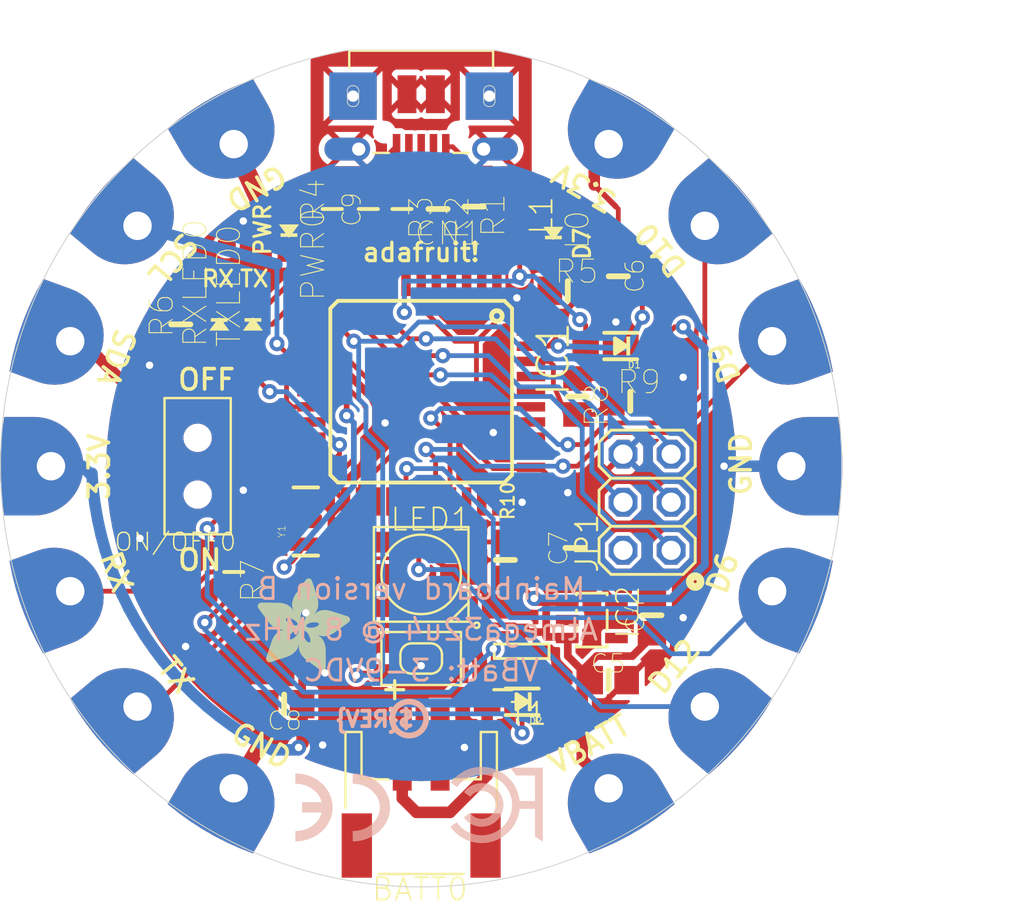
<source format=kicad_pcb>
(kicad_pcb (version 20221018) (generator pcbnew)
  (layers (0 "F.Cu" signal) (1 "In1.Cu" signal) (2 "In2.Cu" signal) (3 "In3.Cu" signal) (4 "In4.Cu" signal) (5 "In5.Cu" signal) (6 "In6.Cu" signal) (7 "In7.Cu" signal) (8 "In8.Cu" signal) (9 "In9.Cu" signal) (10 "In10.Cu" signal) (11 "In11.Cu" signal) (12 "In12.Cu" signal) (13 "In13.Cu" signal) (14 "In14.Cu" signal) (31 "B.Cu" signal) (34 "B.Paste" user) (35 "F.Paste" user) (36 "B.SilkS" user "B.Silkscreen") (37 "F.SilkS" user "F.Silkscreen") (38 "B.Mask" user) (39 "F.Mask" user) (44 "Edge.Cuts" user))
  (net 0 "")
  (net 1 "N$3")
  (net 2 "N$4")
  (net 3 "GND")
  (net 4 "+5V")
  (net 5 "MOSI")
  (net 6 "MISO")
  (net 7 "SCK")
  (net 8 "RST")
  (net 9 "N$9")
  (net 10 "N$8")
  (net 11 "+3V3")
  (net 12 "N$1")
  (net 13 "PC6")
  (net 14 "PC7")
  (net 15 "IO10*")
  (net 16 "IO9*")
  (net 17 "RXLED/SS")
  (net 18 "TXLED")
  (net 19 "D1/TX")
  (net 20 "D0/RX")
  (net 21 "PD1")
  (net 22 "PD0")
  (net 23 "N$10")
  (net 24 "D7")
  (net 25 "N$2")
  (net 26 "N$5")
  (net 27 "VCC")
  (net 28 "VBUS")
  (net 29 "N$7")
  (net 30 "N$11")
  (net 31 "N$12")
  (net 32 "N$6")
  (net 33 "N$13")
  (net 34 "D6*")
  (net 35 "IO12*")
  (net 36 "A5")
  (net 37 "N$14")
  (net 38 "N$15")
  (net 39 "NEOPIX")
  (footprint "working:_0805MP" (layer "F.Cu") (at 138.5951 110.4646 -90)
    (fp_text reference "R7")
    (fp_text value "10K")
  )
  (footprint "working:SEWINGTAP_2.0" (layer "F.Cu") (at 158.4071 87.8586 -30)
    (fp_text reference "UNK3V3TAP2" hide)
    (fp_text value "SEWTAP-2.0IN" hide)
  )
  (footprint "working:WS2812" (layer "F.Cu") (at 148.5011 110.5916)
    (fp_text reference "LED1")
    (fp_text value "WS2812")
  )
  (footprint "working:0805-NO" (layer "F.Cu") (at 160.6931 112.7506 90)
    (fp_text reference "C4")
    (fp_text value "10uF")
  )
  (footprint "working:TQFP44" (layer "F.Cu") (at 148.5011 100.9396 -90)
    (fp_text reference "IC1")
    (fp_text value "ATMEGA32U4-AU")
  )
  (footprint "working:0805-NO" (layer "F.Cu") (at 156.2481 95.6056)
    (fp_text reference "R5")
    (fp_text value "1K")
  )
  (footprint "working:SOD-123" (layer "F.Cu") (at 153.8351 117.3226 180)
    (fp_text reference "D2")
    (fp_text value "SCHOTTKY")
  )
  (footprint "working:SEWINGTAP_2.0" (layer "F.Cu") (at 167.0431 111.4806 -110)
    (fp_text reference "D6" hide)
    (fp_text value "SEWTAP-2.0IN" hide)
  )
  (footprint "working:SOT-23" (layer "F.Cu") (at 153.8351 114.6556 180)
    (fp_text reference "T1")
    (fp_text value "DMG3415")
  )
  (footprint "working:4UCONN_20329" (layer "F.Cu") (at 148.5011 87.2236 180)
    (fp_text reference "CN1")
    (fp_text value "MiniB USB")
    (fp_line (start -3.9 2.2) (end -3.9 1.6) (stroke (width 0.05)) (layer "Edge.Cuts"))
    (fp_line (start -3.3 1.6) (end -3.3 2.2) (stroke (width 0.05)) (layer "Edge.Cuts"))
    (fp_line (start 3.3 2.2) (end 3.3 1.6) (stroke (width 0.05)) (layer "Edge.Cuts"))
    (fp_line (start 3.9 1.6) (end 3.9 2.2) (stroke (width 0.05)) (layer "Edge.Cuts"))
    (fp_arc (start -3.9 1.6) (mid -3.801777 1.412868) (end -3.6 1.35) (stroke (width 0.05)) (layer "Edge.Cuts"))
    (fp_arc (start -3.6 1.35) (mid -3.398223 1.412868) (end -3.3 1.6) (stroke (width 0.05)) (layer "Edge.Cuts"))
    (fp_arc (start -3.6 2.45) (mid -3.801777 2.387132) (end -3.9 2.2) (stroke (width 0.05)) (layer "Edge.Cuts"))
    (fp_arc (start -3.3 2.2) (mid -3.398223 2.387132) (end -3.6 2.45) (stroke (width 0.05)) (layer "Edge.Cuts"))
    (fp_arc (start 3.3 1.6) (mid 3.398223 1.412868) (end 3.6 1.35) (stroke (width 0.05)) (layer "Edge.Cuts"))
    (fp_arc (start 3.6 1.35) (mid 3.801777 1.412868) (end 3.9 1.6) (stroke (width 0.05)) (layer "Edge.Cuts"))
    (fp_arc (start 3.6 2.45) (mid 3.398223 2.387132) (end 3.3 2.2) (stroke (width 0.05)) (layer "Edge.Cuts"))
    (fp_arc (start 3.9 2.2) (mid 3.801777 2.387132) (end 3.6 2.45) (stroke (width 0.05)) (layer "Edge.Cuts"))
  )
  (footprint "working:SOT23-5L" (layer "F.Cu") (at 157.5181 113.0046 -90)
    (fp_text reference "IC2")
    (fp_text value "MIC5225-3.3V")
  )
  (footprint "working:SEWINGTAP_2.0" (layer "F.Cu") (at 168.0591 104.8766 -90)
    (fp_text reference "GNDTAP0" hide)
    (fp_text value "SEWTAP-2.0IN" hide)
  )
  (footprint "working:0805-NO" (layer "F.Cu") (at 158.9151 94.8436 -90)
    (fp_text reference "C6")
    (fp_text value "10uF")
  )
  (footprint "working:CHIPLED_0805_NOOUTLINE" (layer "F.Cu") (at 155.4861 92.5576 180)
    (fp_text reference "L0")
    (fp_text value "RED")
  )
  (footprint "working:SEWINGTAP_2.0" (layer "F.Cu") (at 163.4871 92.1766 -50)
    (fp_text reference "IO10" hide)
    (fp_text value "SEWTAP-2.0IN" hide)
  )
  (footprint "working:FIDUCIAL_1MM" (layer "F.Cu") (at 138.3411 116.3066)
    (fp_text reference "U$2" hide)
    (fp_text value "FIDUCIAL\"\"" hide)
  )
  (footprint "working:0805-NO" (layer "F.Cu") (at 151.2951 91.1606 -90)
    (fp_text reference "R1")
    (fp_text value "22")
  )
  (footprint "working:SEWINGTAP_2.0" (layer "F.Cu") (at 138.5951 87.8586 30)
    (fp_text reference "GND3TAP0" hide)
    (fp_text value "SEWTAP-2.0IN" hide)
  )
  (footprint "working:SEWINGTAP_2.0" (layer "F.Cu") (at 133.5151 117.5766 130)
    (fp_text reference "TX0" hide)
    (fp_text value "SEWTAP-2.0IN" hide)
  )
  (footprint "working:0805-NO" (layer "F.Cu") (at 156.7561 101.1936 -90)
    (fp_text reference "R8")
    (fp_text value "150K")
  )
  (footprint "working:CHIPLED_0805_NOOUTLINE" (layer "F.Cu") (at 141.5161 92.4306 180)
    (fp_text reference "PWR0")
    (fp_text value "GREEN")
  )
  (footprint "working:2X03" (layer "F.Cu") (at 160.4391 106.7816 90)
    (fp_text reference "JP1")
    (fp_text value "ICSP")
  )
  (footprint "working:CHIPLED_0805_NOOUTLINE" (layer "F.Cu") (at 137.8331 97.3836)
    (fp_text reference "RXLED0")
    (fp_text value "YELLOW")
  )
  (footprint "working:JST-PH-2-SMT-RA" (layer "F.Cu") (at 148.5011 123.4186 180)
    (fp_text reference "BATT0")
    (fp_text value "3-9VDC")
  )
  (footprint "working:_0805MP" (layer "F.Cu") (at 147.4851 91.2876 -90)
    (fp_text reference "R3")
    (fp_text value "1K")
  )
  (footprint "working:FIDUCIAL_1MM" (layer "F.Cu") (at 161.4551 96.2406)
    (fp_text reference "U$6" hide)
    (fp_text value "FIDUCIAL\"\"" hide)
  )
  (footprint "working:ADAFRUIT_5MM" (layer "F.Cu") (at 139.8651 115.6716)
    (fp_text reference "U$1" hide)
    (fp_text value "" hide)
  )
  (footprint "working:KMR2" (layer "F.Cu") (at 148.5011 115.0366 180)
    (fp_text reference "BOOT0" hide)
    (fp_text value "SPST_TACT-KMR2" hide)
  )
  (footprint "working:FIDUCIAL_1MM" (layer "F.Cu") (at 138.2141 93.1926)
    (fp_text reference "U$3" hide)
    (fp_text value "FIDUCIAL\"\"" hide)
  )
  (footprint "working:SEWINGTAP_2.0" (layer "F.Cu") (at 167.0431 98.2726 -70)
    (fp_text reference "IO9" hide)
    (fp_text value "SEWTAP-2.0IN" hide)
  )
  (footprint "working:SEWINGTAP_2.0" (layer "F.Cu") (at 128.9431 104.8766 90)
    (fp_text reference "UNK3.3VTAP0" hide)
    (fp_text value "SEWTAP-2.0IN" hide)
  )
  (footprint "working:0805-NO" (layer "F.Cu") (at 135.8011 97.3836 90)
    (fp_text reference "R6")
    (fp_text value "1K")
  )
  (footprint "working:0805-NO" (layer "F.Cu") (at 158.4071 116.1796)
    (fp_text reference "C5")
    (fp_text value "10uF")
  )
  (footprint "working:0805-NO" (layer "F.Cu") (at 152.9461 109.8296 90)
    (fp_text reference "R10")
    (fp_text value "2.2K")
  )
  (footprint "working:0805-NO" (layer "F.Cu") (at 149.3901 91.2876 -90)
    (fp_text reference "R2")
    (fp_text value "22")
  )
  (footprint "working:_0805MP" (layer "F.Cu") (at 145.7071 91.2876 90)
    (fp_text reference "C9")
    (fp_text value "10uF")
  )
  (footprint "working:R1206" (layer "F.Cu") (at 153.7081 91.9226 -90)
    (fp_text reference "L1")
    (fp_text value "500mA")
  )
  (footprint "working:0805-NO" (layer "F.Cu") (at 156.6291 109.1946 90)
    (fp_text reference "C7")
    (fp_text value "10uF")
  )
  (footprint "working:SEWINGTAP_2.0" (layer "F.Cu") (at 133.5151 92.1766 50)
    (fp_text reference "SCL0" hide)
    (fp_text value "SEWTAP-2.0IN" hide)
  )
  (footprint "working:0805-NO" (layer "F.Cu") (at 141.2621 117.4496 180)
    (fp_text reference "C8")
    (fp_text value "10uF")
  )
  (footprint "working:SEWINGTAP_2.0" (layer "F.Cu") (at 129.9591 111.4806 110)
    (fp_text reference "RX0" hide)
    (fp_text value "SEWTAP-2.0IN" hide)
  )
  (footprint "working:SEWINGTAP_2.0" (layer "F.Cu") (at 163.4871 117.5766 -130)
    (fp_text reference "IO12" hide)
    (fp_text value "SEWTAP-2.0IN" hide)
  )
  (footprint "working:SEWINGTAP_2.0" (layer "F.Cu") (at 158.4071 121.8946 -150)
    (fp_text reference "VCC2" hide)
    (fp_text value "SEWTAP-2.0IN" hide)
  )
  (footprint "working:SOD-123" (layer "F.Cu") (at 159.0421 98.5266 180)
    (fp_text reference "D1")
    (fp_text value "SCHOTTKY")
  )
  (footprint "working:EG1390" (layer "F.Cu") (at 136.6901 104.8766 90)
    (fp_text reference "ON/OFF0")
    (fp_text value "EG1390")
  )
  (footprint "working:SEWINGTAP_2.0" (layer "F.Cu") (at 138.5951 121.8946 150)
    (fp_text reference "GNDTAP2" hide)
    (fp_text value "SEWTAP-2.0IN" hide)
  )
  (footprint "working:CHIPLED_0805_NOOUTLINE" (layer "F.Cu") (at 139.6111 97.3836)
    (fp_text reference "TXLED0")
    (fp_text value "YELLOW")
  )
  (footprint "working:SEWINGTAP_2.0" (layer "F.Cu") (at 129.9591 98.2726 70)
    (fp_text reference "SDA0" hide)
    (fp_text value "SEWTAP-2.0IN" hide)
  )
  (footprint "working:RESONATOR-SMD" (layer "F.Cu") (at 142.4051 107.7976 90)
    (fp_text reference "Y1")
    (fp_text value "8MHz")
  )
  (footprint "working:0805-NO" (layer "F.Cu") (at 159.5501 101.4476)
    (fp_text reference "R9")
    (fp_text value "10K")
  )
  (footprint "working:_0805MP" (layer "F.Cu") (at 143.8021 91.2876 90)
    (fp_text reference "R4")
    (fp_text value "1K")
  )
  (footprint "working:FLORAMED" (layer "B.Cu") (at 160.1851 102.9716 180)
    (fp_text reference "U$4" hide)
    (fp_text value "" hide)
  )
  (footprint "working:SYMBOL_FCC_5MM" (layer "B.Cu") (at 154.9781 124.8156 180)
    (fp_text reference "U$7" hide)
    (fp_text value "" hide)
  )
  (footprint "working:PCBFEAT-REV-040" (layer "B.Cu") (at 147.8661 118.2116 180)
    (fp_text reference "U$5" hide)
    (fp_text value "" hide)
  )
  (footprint "working:SYMBOL_CE_5MM" (layer "B.Cu") (at 146.8501 124.6886 180)
    (fp_text reference "U$8" hide)
    (fp_text value "" hide)
  )
  (gr_circle (center 162.9791 110.9726) (end 163.263 110.9726) (stroke (width 0.4064)) (fill none) (layer "F.SilkS"))
  (gr_line (start 144.5641 82.9056) (end 152.4381 82.9056) (stroke (width 0.05)) (layer "Edge.Cuts"))
  (gr_arc (start 170.7261 104.8766) (mid 164.216548 120.592048) (end 148.5011 127.1016) (stroke (width 0.05)) (layer "Edge.Cuts"))
  (gr_arc (start 148.5011 127.1016) (mid 132.785652 120.592048) (end 126.2761 104.8766) (stroke (width 0.05)) (layer "Edge.Cuts"))
  (gr_arc (start 126.2761 104.8766) (mid 131.421705 90.562956) (end 144.5641 82.9056) (stroke (width 0.05)) (layer "Edge.Cuts"))
  (gr_arc (start 152.4381 82.9056) (mid 165.580495 90.562956) (end 170.7261 104.8766) (stroke (width 0.05)) (layer "Edge.Cuts"))
  (gr_text "Atmega32u4 @ 8 MHz" (at 148.5011 113.5126) (layer "B.SilkS") (effects (font (size 1.1176 1.1176) (thickness 0.1524)) (justify mirror)))
  (gr_text "VBatt: 3-9VDC" (at 148.5011 115.6716) (layer "B.SilkS") (effects (font (size 1.1176 1.1176) (thickness 0.1524)) (justify mirror)))
  (gr_text "Mainboard version B" (at 148.5011 111.3536) (layer "B.SilkS") (effects (font (size 1.1176 1.1176) (thickness 0.1524)) (justify mirror)))
  (gr_text "D9" (at 165.5191 100.3046 110) (layer "F.SilkS") (effects (font (size 1.0795 1.0795) (thickness 0.1905)) (justify left bottom)))
  (gr_text "GND" (at 141.8971 119.9896 330) (layer "F.SilkS") (effects (font (size 1.0795 1.0795) (thickness 0.1905)) (justify right top)))
  (gr_text "ON" (at 135.5471 110.4646) (layer "F.SilkS") (effects (font (size 1.0795 1.0795) (thickness 0.1905)) (justify left bottom)))
  (gr_text "PWR" (at 140.6271 93.8276 90) (layer "F.SilkS") (effects (font (size 0.8636 0.8636) (thickness 0.1524)) (justify left bottom)))
  (gr_text "3.3V" (at 159.0421 90.5256 150) (layer "F.SilkS") (effects (font (size 1.0795 1.0795) (thickness 0.1905)) (justify left bottom)))
  (gr_text "D10" (at 162.7251 94.3356 130) (layer "F.SilkS") (effects (font (size 1.0795 1.0795) (thickness 0.1905)) (justify left bottom)))
  (gr_text "GND" (at 141.0081 88.7476 210) (layer "F.SilkS") (effects (font (size 1.0795 1.0795) (thickness 0.1905)) (justify left bottom)))
  (gr_text "TX" (at 136.6901 116.3066 310) (layer "F.SilkS") (effects (font (size 1.0795 1.0795) (thickness 0.1905)) (justify right top)))
  (gr_text "OFF" (at 135.5471 100.9396) (layer "F.SilkS") (effects (font (size 1.0795 1.0795) (thickness 0.1905)) (justify left bottom)))
  (gr_text "D12" (at 162.4711 113.7666 50) (layer "F.SilkS") (effects (font (size 1.0795 1.0795) (thickness 0.1905)) (justify right top)))
  (gr_text "3.3V" (at 132.1181 106.7816 90) (layer "F.SilkS") (effects (font (size 1.0795 1.0795) (thickness 0.1905)) (justify left bottom)))
  (gr_text "RX" (at 133.3881 111.3536 290) (layer "F.SilkS") (effects (font (size 1.0795 1.0795) (thickness 0.1905)) (justify right top)))
  (gr_text "GND" (at 166.0271 106.5276 90) (layer "F.SilkS") (effects (font (size 1.0795 1.0795) (thickness 0.1905)) (justify left bottom)))
  (gr_text "D7" (at 156.5021 92.1766 90) (layer "F.SilkS") (effects (font (size 0.8636 0.8636) (thickness 0.1524)) (justify right top)))
  (gr_text "D6" (at 164.2491 109.1946 70) (layer "F.SilkS") (effects (font (size 1.0795 1.0795) (thickness 0.1905)) (justify right top)))
  (gr_text "RX" (at 136.8171 95.4786) (layer "F.SilkS") (effects (font (size 0.8636 0.8636) (thickness 0.1524)) (justify left bottom)))
  (gr_text "SCL" (at 135.9281 92.3036 230) (layer "F.SilkS") (effects (font (size 1.0795 1.0795) (thickness 0.1905)) (justify left bottom)))
  (gr_text "SDA" (at 132.3721 97.3836 250) (layer "F.SilkS") (effects (font (size 1.0795 1.0795) (thickness 0.1905)) (justify left bottom)))
  (gr_text "adafruit!" (at 148.5011 93.5736) (layer "F.SilkS") (effects (font (size 0.97155 0.97155) (thickness 0.17145))))
  (gr_text "VBATT" (at 159.1691 117.8306 30) (layer "F.SilkS") (effects (font (size 1.0795 1.0795) (thickness 0.1905)) (justify right top)))
  (gr_text "TX" (at 138.8491 95.4786) (layer "F.SilkS") (effects (font (size 0.8636 0.8636) (thickness 0.1524)) (justify left bottom)))
  (segment (start 150.9011 95.1396) (end 150.9011 94.0946) (width 0.254) (layer "F.Cu") (net 1))
  (segment (start 150.9011 92.3776) (end 151.2951 92.1106) (width 0.254) (layer "F.Cu") (net 1))
  (segment (start 150.9011 94.0946) (end 151.2951 93.7006) (width 0.254) (layer "F.Cu") (net 1))
  (segment (start 151.2951 93.7006) (end 151.2951 92.1106) (width 0.254) (layer "F.Cu") (net 1))
  (segment (start 149.6441 92.6846) (end 149.6441 92.4916) (width 0.254) (layer "F.Cu") (net 2))
  (segment (start 150.2791 93.5736) (end 150.0251 93.8276) (width 0.254) (layer "F.Cu") (net 2))
  (segment (start 150.0251 93.8276) (end 150.0251 95.0636) (width 0.254) (layer "F.Cu") (net 2))
  (segment (start 149.6441 92.4916) (end 149.3901 92.2376) (width 0.254) (layer "F.Cu") (net 2))
  (segment (start 150.2791 93.3196) (end 149.6441 92.6846) (width 0.254) (layer "F.Cu") (net 2))
  (segment (start 150.2791 93.3196) (end 150.2791 93.5736) (width 0.254) (layer "F.Cu") (net 2))
  (segment (start 150.0251 95.0636) (end 150.1011 95.1396) (width 0.254) (layer "F.Cu") (net 2))
  (segment (start 140.3731 119.1006) (end 140.3731 118.9736) (width 0.6096) (layer "F.Cu") (net 3))
  (segment (start 138.5951 87.8586) (end 140.1191 91.1606) (width 1.016) (layer "F.Cu") (net 3))
  (segment (start 140.3731 117.4496) (end 140.3121 117.4496) (width 0.6096) (layer "F.Cu") (net 3))
  (segment (start 140.1191 91.1606) (end 139.1031 91.9226) (width 1.016) (layer "F.Cu") (net 3))
  (segment (start 138.5951 87.8586) (end 139.4841 87.8586) (width 0.6096) (layer "F.Cu") (net 3))
  (segment (start 138.5951 121.8946) (end 140.3731 118.9736) (width 0.8128) (layer "F.Cu") (net 3))
  (segment (start 140.3731 118.9736) (end 140.3731 117.4496) (width 0.6096) (layer "F.Cu") (net 3))
  (via (at 148.5011 115.4176) (size 0.8001) (drill 0.3937) (layers "F.Cu" "B.Cu") (net 3))
  (via (at 153.5557 95.9866) (size 0.8001) (drill 0.3937) (layers "F.Cu" "B.Cu") (net 3))
  (via (at 139.1031 91.9226) (size 0.8001) (drill 0.3937) (layers "F.Cu" "B.Cu") (net 3))
  (via (at 162.3441 112.8776) (size 0.8001) (drill 0.3937) (layers "F.Cu" "B.Cu") (net 3))
  (via (at 164.5031 104.8766) (size 0.8001) (drill 0.3937) (layers "F.Cu" "B.Cu") (net 3))
  (via (at 146.5961 102.5906) (size 0.8001) (drill 0.3937) (layers "F.Cu" "B.Cu") (net 3))
  (via (at 162.3441 100.1776) (size 0.8001) (drill 0.3937) (layers "F.Cu" "B.Cu") (net 3))
  (via (at 156.2481 106.2736) (size 0.8001) (drill 0.3937) (layers "F.Cu" "B.Cu") (net 3))
  (via (at 142.4051 112.6236) (size 0.8001) (drill 0.3937) (layers "F.Cu" "B.Cu") (net 3))
  (via (at 143.2941 119.6086) (size 0.8001) (drill 0.3937) (layers "F.Cu" "B.Cu") (net 3))
  (via (at 136.0551 114.4016) (size 0.8001) (drill 0.3937) (layers "F.Cu" "B.Cu") (net 3))
  (via (at 139.1031 106.1466) (size 0.8001) (drill 0.3937) (layers "F.Cu" "B.Cu") (net 3))
  (via (at 133.6421 108.6866) (size 0.8001) (drill 0.3937) (layers "F.Cu" "B.Cu") (net 3))
  (via (at 134.1501 99.5426) (size 0.8001) (drill 0.3937) (layers "F.Cu" "B.Cu") (net 3))
  (via (at 153.8351 106.7816) (size 0.8001) (drill 0.3937) (layers "F.Cu" "B.Cu") (net 3))
  (via (at 158.7881 97.2566) (size 0.8001) (drill 0.3937) (layers "F.Cu" "B.Cu") (net 3))
  (via (at 150.7871 119.7356) (size 0.8001) (drill 0.3937) (layers "F.Cu" "B.Cu") (net 3))
  (via (at 143.4211 115.7986) (size 0.8001) (drill 0.3937) (layers "F.Cu" "B.Cu") (net 3))
  (via (at 152.3111 103.0986) (size 0.8001) (drill 0.3937) (layers "F.Cu" "B.Cu") (net 3))
  (segment (start 164.7571 104.8766) (end 168.0591 104.8766) (width 0.6096) (layer "B.Cu") (net 3))
  (segment (start 147.7011 94.2976) (end 147.7011 95.1396) (width 0.254) (layer "F.Cu") (net 4))
  (segment (start 156.8831 98.2726) (end 157.1921 98.5266) (width 0.254) (layer "F.Cu") (net 4))
  (segment (start 147.6121 95.1396) (end 147.6121 96.7486) (width 0.254) (layer "F.Cu") (net 4))
  (segment (start 156.8831 97.1296) (end 157.1921 97.4386) (width 0.254) (layer "F.Cu") (net 4))
  (segment (start 147.7011 95.1396) (end 147.6121 95.1396) (width 0.254) (layer "F.Cu") (net 4))
  (segment (start 157.1921 97.4386) (end 157.1921 98.5266) (width 0.254) (layer "F.Cu") (net 4))
  (segment (start 147.7011 94.2976) (end 145.7071 92.3036) (width 0.254) (layer "F.Cu") (net 4))
  (segment (start 153.7081 94.8436) (end 153.7081 93.3446) (width 0.254) (layer "F.Cu") (net 4))
  (via (at 147.6121 96.7486) (size 0.8001) (drill 0.3937) (layers "F.Cu" "B.Cu") (net 4))
  (via (at 153.7081 94.8436) (size 0.8001) (drill 0.3937) (layers "F.Cu" "B.Cu") (net 4))
  (via (at 156.8831 97.1296) (size 0.8001) (drill 0.3937) (layers "F.Cu" "B.Cu") (net 4))
  (segment (start 154.4701 94.8436) (end 156.8831 97.1296) (width 0.254) (layer "B.Cu") (net 4))
  (segment (start 147.6121 96.7486) (end 147.6121 95.0976) (width 0.254) (layer "B.Cu") (net 4))
  (segment (start 153.4541 95.0976) (end 153.8351 95.2246) (width 0.254) (layer "B.Cu") (net 4))
  (segment (start 153.7081 94.8436) (end 154.4701 94.8436) (width 0.254) (layer "B.Cu") (net 4))
  (segment (start 153.8351 95.2246) (end 153.7081 94.8436) (width 0.254) (layer "B.Cu") (net 4))
  (segment (start 147.6121 95.0976) (end 153.4541 95.0976) (width 0.254) (layer "B.Cu") (net 4))
  (segment (start 147.8661 99.0346) (end 149.6441 99.0346) (width 0.254) (layer "F.Cu") (net 5))
  (segment (start 145.3011 95.1396) (end 145.3011 96.4696) (width 0.254) (layer "F.Cu") (net 5))
  (segment (start 145.3011 96.4696) (end 147.8661 99.0346) (width 0.254) (layer "F.Cu") (net 5))
  (via (at 149.6441 99.0346) (size 0.8001) (drill 0.3937) (layers "F.Cu" "B.Cu") (net 5))
  (segment (start 153.7081 100.6856) (end 152.0571 99.0346) (width 0.254) (layer "B.Cu") (net 5))
  (segment (start 152.0571 99.0346) (end 149.6441 99.0346) (width 0.254) (layer "B.Cu") (net 5))
  (segment (start 157.5181 102.4636) (end 157.5181 105.1306) (width 0.254) (layer "B.Cu") (net 5))
  (segment (start 157.5181 102.4636) (end 155.7401 100.6856) (width 0.254) (layer "B.Cu") (net 5))
  (segment (start 155.7401 100.6856) (end 153.7081 100.6856) (width 0.254) (layer "B.Cu") (net 5))
  (segment (start 157.5181 105.1306) (end 159.1691 106.7816) (width 0.254) (layer "B.Cu") (net 5))
  (segment (start 144.4371 95.0976) (end 144.4371 96.4946) (width 0.254) (layer "F.Cu") (net 6))
  (segment (start 144.5011 95.1396) (end 144.4591 95.0976) (width 0.254) (layer "F.Cu") (net 6))
  (segment (start 144.4371 96.4946) (end 147.9931 100.0506) (width 0.254) (layer "F.Cu") (net 6))
  (segment (start 144.4591 95.0976) (end 144.4371 95.0976) (width 0.254) (layer "F.Cu") (net 6))
  (segment (start 147.9931 100.0506) (end 149.5171 100.0506) (width 0.254) (layer "F.Cu") (net 6))
  (via (at 149.5171 100.0506) (size 0.8001) (drill 0.3937) (layers "F.Cu" "B.Cu") (net 6))
  (segment (start 155.3591 101.1936) (end 153.4541 101.1936) (width 0.254) (layer "B.Cu") (net 6))
  (segment (start 157.0101 102.8446) (end 155.3591 101.1936) (width 0.254) (layer "B.Cu") (net 6))
  (segment (start 152.1841 100.0506) (end 149.5171 100.0506) (width 0.254) (layer "B.Cu") (net 6))
  (segment (start 157.0101 102.8446) (end 157.0101 106.2736) (width 0.254) (layer "B.Cu") (net 6))
  (segment (start 157.0101 106.2736) (end 158.7881 108.0516) (width 0.254) (layer "B.Cu") (net 6))
  (segment (start 153.4541 101.1936) (end 152.1841 100.0506) (width 0.254) (layer "B.Cu") (net 6))
  (segment (start 161.7091 109.1946) (end 161.7091 109.3216) (width 0.254) (layer "B.Cu") (net 6))
  (segment (start 160.5661 108.0516) (end 161.7091 109.1946) (width 0.254) (layer "B.Cu") (net 6))
  (segment (start 158.7881 108.0516) (end 160.5661 108.0516) (width 0.254) (layer "B.Cu") (net 6))
  (segment (start 148.7551 98.1456) (end 147.8661 98.1456) (width 0.254) (layer "F.Cu") (net 7))
  (segment (start 147.8661 98.1456) (end 146.1011 96.3806) (width 0.254) (layer "F.Cu") (net 7))
  (segment (start 146.1011 96.3806) (end 146.1011 95.1396) (width 0.254) (layer "F.Cu") (net 7))
  (via (at 148.7551 98.1456) (size 0.8001) (drill 0.3937) (layers "F.Cu" "B.Cu") (net 7))
  (segment (start 158.0261 102.2096) (end 158.0261 104.8766) (width 0.254) (layer "B.Cu") (net 7))
  (segment (start 155.9941 100.1776) (end 158.0261 102.2096) (width 0.254) (layer "B.Cu") (net 7))
  (segment (start 158.6611 105.5116) (end 160.5661 105.5116) (width 0.254) (layer "B.Cu") (net 7))
  (segment (start 158.0261 104.8766) (end 158.6611 105.5116) (width 0.254) (layer "B.Cu") (net 7))
  (segment (start 148.7551 98.1456) (end 152.4381 98.1456) (width 0.254) (layer "B.Cu") (net 7))
  (segment (start 152.4381 98.1456) (end 154.3431 100.1776) (width 0.254) (layer "B.Cu") (net 7))
  (segment (start 160.5661 105.5116) (end 161.7091 106.6546) (width 0.254) (layer "B.Cu") (net 7))
  (segment (start 161.7091 106.6546) (end 161.7091 106.7816) (width 0.254) (layer "B.Cu") (net 7))
  (segment (start 154.3431 100.1776) (end 155.9941 100.1776) (width 0.254) (layer "B.Cu") (net 7))
  (segment (start 150.5331 115.8366) (end 150.5011 115.8366) (width 0.3048) (layer "F.Cu") (net 8))
  (segment (start 145.0721 115.9256) (end 145.1991 115.7986) (width 0.254) (layer "F.Cu") (net 8))
  (segment (start 150.5331 115.8366) (end 150.5331 115.9256) (width 0.3048) (layer "F.Cu") (net 8))
  (segment (start 144.9451 98.2726) (end 144.4121 97.7396) (width 0.254) (layer "F.Cu") (net 8))
  (segment (start 146.5011 115.8366) (end 146.3421 115.8366) (width 0.3048) (layer "F.Cu") (net 8))
  (segment (start 149.6441 116.5606) (end 150.3681 115.8366) (width 0.3048) (layer "F.Cu") (net 8))
  (segment (start 147.2251 116.5606) (end 149.6441 116.5606) (width 0.3048) (layer "F.Cu") (net 8))
  (segment (start 146.3421 115.8366) (end 146.3421 115.6716) (width 0.4064) (layer "F.Cu") (net 8))
  (segment (start 150.3681 115.8366) (end 150.5011 115.8366) (width 0.3048) (layer "F.Cu") (net 8))
  (segment (start 144.4121 97.7396) (end 142.7011 97.7396) (width 0.254) (layer "F.Cu") (net 8))
  (segment (start 146.5011 115.8366) (end 147.2251 116.5606) (width 0.3048) (layer "F.Cu") (net 8))
  (segment (start 145.0721 115.9256) (end 145.0721 115.8366) (width 0.3048) (layer "F.Cu") (net 8))
  (segment (start 145.0721 115.8366) (end 146.5011 115.8366) (width 0.3048) (layer "F.Cu") (net 8))
  (via (at 145.0721 115.9256) (size 0.8001) (drill 0.3937) (layers "F.Cu" "B.Cu") (net 8))
  (via (at 144.9451 98.2726) (size 0.8001) (drill 0.3937) (layers "F.Cu" "B.Cu") (net 8))
  (segment (start 152.6921 97.5106) (end 149.6441 97.5106) (width 0.254) (layer "B.Cu") (net 8))
  (segment (start 147.3581 98.2726) (end 144.9451 98.2726) (width 0.254) (layer "B.Cu") (net 8))
  (segment (start 145.5801 103.0986) (end 146.4691 103.9876) (width 0.254) (layer "B.Cu") (net 8))
  (segment (start 161.8361 104.3686) (end 161.7091 104.2416) (width 0.254) (layer "B.Cu") (net 8))
  (segment (start 160.4391 102.5906) (end 161.8361 103.9876) (width 0.254) (layer "B.Cu") (net 8))
  (segment (start 145.5801 101.7016) (end 145.5801 103.0986) (width 0.254) (layer "B.Cu") (net 8))
  (segment (start 154.8511 99.6696) (end 152.6921 97.5106) (width 0.254) (layer "B.Cu") (net 8))
  (segment (start 145.1991 101.3206) (end 145.5801 101.7016) (width 0.254) (layer "B.Cu") (net 8))
  (segment (start 146.2151 115.9256) (end 145.0721 115.9256) (width 0.254) (layer "B.Cu") (net 8))
  (segment (start 161.8361 103.9876) (end 161.8361 104.3686) (width 0.254) (layer "B.Cu") (net 8))
  (segment (start 144.9451 98.2726) (end 144.9451 98.0186) (width 0.254) (layer "B.Cu") (net 8))
  (segment (start 148.3741 97.2566) (end 147.3581 98.2726) (width 0.254) (layer "B.Cu") (net 8))
  (segment (start 146.4691 103.9876) (end 146.4691 115.6716) (width 0.254) (layer "B.Cu") (net 8))
  (segment (start 149.3901 97.2566) (end 148.3741 97.2566) (width 0.254) (layer "B.Cu") (net 8))
  (segment (start 159.4231 102.5906) (end 160.4391 102.5906) (width 0.254) (layer "B.Cu") (net 8))
  (segment (start 154.8511 99.6696) (end 156.5021 99.6696) (width 0.254) (layer "B.Cu") (net 8))
  (segment (start 156.5021 99.6696) (end 159.4231 102.5906) (width 0.254) (layer "B.Cu") (net 8))
  (segment (start 146.4691 115.6716) (end 146.2151 115.9256) (width 0.254) (layer "B.Cu") (net 8))
  (segment (start 144.9451 98.2726) (end 145.1991 98.5266) (width 0.254) (layer "B.Cu") (net 8))
  (segment (start 149.6441 97.5106) (end 149.3901 97.2566) (width 0.254) (layer "B.Cu") (net 8))
  (segment (start 145.1991 98.5266) (end 145.1991 101.3206) (width 0.254) (layer "B.Cu") (net 8))
  (segment (start 142.4051 106.5976) (end 143.0081 106.6166) (width 0.254) (layer "F.Cu") (net 9))
  (segment (start 144.0561 100.1776) (end 142.7861 100.1776) (width 0.3048) (layer "F.Cu") (net 9))
  (segment (start 142.7861 100.1776) (end 142.7481 100.1396) (width 0.3048) (layer "F.Cu") (net 9))
  (segment (start 144.9451 103.2256) (end 144.9451 104.4956) (width 0.254) (layer "F.Cu") (net 9))
  (segment (start 145.5801 101.8286) (end 145.5801 102.5906) (width 0.254) (layer "F.Cu") (net 9))
  (segment (start 142.7481 100.1396) (end 142.7011 100.1396) (width 0.3048) (layer "F.Cu") (net 9))
  (segment (start 144.9451 104.4956) (end 143.3891 106.0516) (width 0.254) (layer "F.Cu") (net 9))
  (segment (start 145.4531 101.5746) (end 144.0561 100.1776) (width 0.254) (layer "F.Cu") (net 9))
  (segment (start 143.0081 106.6166) (end 143.3891 106.0516) (width 0.254) (layer "F.Cu") (net 9))
  (segment (start 145.4531 101.5746) (end 145.5801 101.8286) (width 0.254) (layer "F.Cu") (net 9))
  (segment (start 145.5801 102.5906) (end 144.9451 103.2256) (width 0.254) (layer "F.Cu") (net 9))
  (segment (start 141.7131 109.8866) (end 142.4051 108.9976) (width 0.254) (layer "F.Cu") (net 10))
  (segment (start 144.5641 101.5746) (end 144.5641 102.2096) (width 0.3048) (layer "F.Cu") (net 10))
  (segment (start 141.2621 110.2106) (end 141.7131 109.8866) (width 0.254) (layer "F.Cu") (net 10))
  (segment (start 143.9291 100.9396) (end 142.7011 100.9396) (width 0.3048) (layer "F.Cu") (net 10))
  (segment (start 143.9291 100.9396) (end 144.5641 101.5746) (width 0.3048) (layer "F.Cu") (net 10))
  (via (at 141.2621 110.2106) (size 0.8001) (drill 0.3937) (layers "F.Cu" "B.Cu") (net 10))
  (via (at 144.5641 102.2096) (size 0.8001) (drill 0.3937) (layers "F.Cu" "B.Cu") (net 10))
  (segment (start 144.9451 105.8926) (end 141.2621 110.2106) (width 0.3048) (layer "B.Cu") (net 10))
  (segment (start 144.9451 102.5906) (end 144.9451 105.8926) (width 0.3048) (layer "B.Cu") (net 10))
  (segment (start 144.5641 102.2096) (end 144.9451 102.5906) (width 0.3048) (layer "B.Cu") (net 10))
  (segment (start 145.3011 105.9176) (end 145.3011 106.7396) (width 0.254) (layer "F.Cu") (net 11))
  (segment (start 159.4231 93.8936) (end 158.9151 93.8936) (width 0.254) (layer "F.Cu") (net 11))
  (segment (start 157.6451 90.0176) (end 157.6451 88.6206) (width 0.6096) (layer "F.Cu") (net 11))
  (segment (start 149.1996 101.0031) (end 149.1128 100.9163) (width 0.3048) (layer "F.Cu") (net 11))
  (segment (start 154.3431 105.0036) (end 154.4701 105.0036) (width 0.254) (layer "F.Cu") (net 11))
  (segment (start 142.2781 117.4496) (end 142.2121 117.4496) (width 0.6096) (layer "F.Cu") (net 11))
  (segment (start 154.3011 104.9396) (end 154.3011 104.9616) (width 0.254) (layer "F.Cu") (net 11))
  (segment (start 154.3431 105.0036) (end 152.3111 105.0036) (width 0.254) (layer "F.Cu") (net 11))
  (segment (start 149.0726 101.0031) (end 149.1996 101.0031) (width 0.254) (layer "F.Cu") (net 11))
  (segment (start 143.9421 98.5396) (end 142.7011 98.5396) (width 0.254) (layer "F.Cu") (net 11))
  (segment (start 147.7391 102.3366) (end 143.9421 98.5396) (width 0.254) (layer "F.Cu") (net 11))
  (segment (start 150.2791 98.2726) (end 148.5011 96.4946) (width 0.254) (layer "F.Cu") (net 11))
  (segment (start 145.3011 106.7396) (end 145.3011 107.6956) (width 0.4064) (layer "F.Cu") (net 11))
  (segment (start 154.4701 105.0036) (end 154.5971 104.8766) (width 0.254) (layer "F.Cu") (net 11))
  (segment (start 149.1128 100.9163) (end 149.112 100.9163) (width 0.3048) (layer "F.Cu") (net 11))
  (segment (start 154.3431 96.9816) (end 154.3011 96.9396) (width 0.254) (layer "F.Cu") (net 11))
  (segment (start 142.2121 119.4476) (end 142.2121 117.4496) (width 0.6096) (layer "F.Cu") (net 11))
  (segment (start 154.3011 104.9616) (end 154.3431 105.0036) (width 0.254) (layer "F.Cu") (net 11))
  (segment (start 151.0411 103.7336) (end 151.0411 102.8446) (width 0.3048) (layer "F.Cu") (net 11))
  (segment (start 156.6291 110.2106) (end 156.6291 110.1446) (width 0.4064) (layer "F.Cu") (net 11))
  (segment (start 151.4221 98.2726) (end 150.2791 98.2726) (width 0.254) (layer "F.Cu") (net 11))
  (segment (start 151.4221 100.893) (end 151.4221 98.2726) (width 0.254) (layer "F.Cu") (net 11))
  (segment (start 147.6281 92.4306) (end 147.6281 92.3196) (width 0.254) (layer "F.Cu") (net 11))
  (segment (start 158.7881 91.1606) (end 157.6451 90.0176) (width 0.3048) (layer "F.Cu") (net 11))
  (segment (start 144.3101 108.6866) (end 144.3101 112.8776) (width 0.4064) (layer "F.Cu") (net 11))
  (segment (start 160.1851 94.6556) (end 159.4231 93.8936) (width 0.254) (layer "F.Cu") (net 11))
  (segment (start 151.4221 98.2726) (end 152.6921 97.0026) (width 0.254) (layer "F.Cu") (net 11))
  (segment (start 142.0241 119.7356) (end 142.2621 119.4976) (width 0.6096) (layer "F.Cu") (net 11))
  (segment (start 156.6291 110.2106) (end 155.7401 110.2106) (width 0.254) (layer "F.Cu") (net 11))
  (segment (start 155.2321 96.8756) (end 154.3651 96.8756) (width 0.254) (layer "F.Cu") (net 11))
  (segment (start 147.7391 102.3366) (end 147.7391 103.4796) (width 0.254) (layer "F.Cu") (net 11))
  (segment (start 145.3011 107.6956) (end 144.3101 108.6866) (width 0.4064) (layer "F.Cu") (net 11))
  (segment (start 142.2781 117.4496) (end 142.2781 117.3226) (width 0.6096) (layer "F.Cu") (net 11))
  (segment (start 158.9151 91.2876) (end 158.9151 93.8936) (width 0.254) (layer "F.Cu") (net 11))
  (segment (start 156.9081 110.1446) (end 156.6291 110.1446) (width 0.254) (layer "F.Cu") (net 11))
  (segment (start 154.3651 96.8756) (end 154.3011 96.9396) (width 0.254) (layer "F.Cu") (net 11))
  (segment (start 155.3591 109.8296) (end 155.3591 105.5116) (width 0.254) (layer "F.Cu") (net 11))
  (segment (start 152.6921 97.0026) (end 154.3431 97.0026) (width 0.254) (layer "F.Cu") (net 11))
  (segment (start 154.3011 98.5396) (end 154.3141 98.5266) (width 0.254) (layer "F.Cu") (net 11))
  (segment (start 155.2191 98.5396) (end 155.6131 98.1456) (width 0.254) (layer "F.Cu") (net 11))
  (segment (start 152.3111 105.0036) (end 151.0411 103.7336) (width 0.254) (layer "F.Cu") (net 11))
  (segment (start 154.3141 98.5266) (end 155.7401 98.5266) (width 0.254) (layer "F.Cu") (net 11))
  (segment (start 147.7391 103.4796) (end 145.3011 105.9176) (width 0.254) (layer "F.Cu") (net 11))
  (segment (start 154.3011 104.9396) (end 154.3431 104.9816) (width 0.254) (layer "F.Cu") (net 11))
  (segment (start 158.7881 91.1606) (end 158.9151 91.2876) (width 0.254) (layer "F.Cu") (net 11))
  (segment (start 147.7391 102.3366) (end 149.0726 101.0031) (width 0.254) (layer "F.Cu") (net 11))
  (segment (start 151.0411 102.8446) (end 149.1996 101.0031) (width 0.3048) (layer "F.Cu") (net 11))
  (segment (start 154.8511 105.0036) (end 154.3651 105.0036) (width 0.254) (layer "F.Cu") (net 11))
  (segment (start 147.6281 92.3196) (end 147.4851 92.3036) (width 0.254) (layer "F.Cu") (net 11))
  (segment (start 151.4221 100.893) (end 149.1128 100.9163) (width 0.254) (layer "F.Cu") (net 11))
  (segment (start 148.5011 95.1396) (end 148.5011 93.4306) (width 0.254) (layer "F.Cu") (net 11))
  (segment (start 154.3011 98.5396) (end 155.2191 98.5396) (width 0.254) (layer "F.Cu") (net 11))
  (segment (start 148.5011 93.4306) (end 147.6281 92.4306) (width 0.254) (layer "F.Cu") (net 11))
  (segment (start 144.3101 112.8776) (end 142.2121 114.9756) (width 0.4064) (layer "F.Cu") (net 11))
  (segment (start 148.5011 96.4946) (end 148.5011 95.1396) (width 0.254) (layer "F.Cu") (net 11))
  (segment (start 142.2121 114.9756) (end 142.2121 117.4496) (width 0.4064) (layer "F.Cu") (net 11))
  (segment (start 155.3591 105.5116) (end 154.8511 105.0036) (width 0.254) (layer "F.Cu") (net 11))
  (segment (start 160.1851 97.0026) (end 160.1851 94.6556) (width 0.254) (layer "F.Cu") (net 11))
  (segment (start 154.3431 97.0026) (end 154.3431 96.9816) (width 0.254) (layer "F.Cu") (net 11))
  (segment (start 155.6131 97.2566) (end 155.2321 96.8756) (width 0.254) (layer "F.Cu") (net 11))
  (segment (start 154.3651 105.0036) (end 154.3011 104.9396) (width 0.254) (layer "F.Cu") (net 11))
  (segment (start 142.2621 119.4976) (end 142.2121 119.4476) (width 0.6096) (layer "F.Cu") (net 11))
  (segment (start 158.8181 112.0546) (end 156.9081 110.1446) (width 0.254) (layer "F.Cu") (net 11))
  (segment (start 155.6131 98.1456) (end 155.6131 97.2566) (width 0.254) (layer "F.Cu") (net 11))
  (segment (start 155.7401 110.2106) (end 155.3591 109.8296) (width 0.254) (layer "F.Cu") (net 11))
  (segment (start 154.3431 104.9816) (end 154.3431 105.0036) (width 0.254) (layer "F.Cu") (net 11))
  (segment (start 157.6451 88.6206) (end 158.4071 87.8586) (width 0.6096) (layer "F.Cu") (net 11))
  (via (at 155.7401 98.5266) (size 0.8001) (drill 0.3937) (layers "F.Cu" "B.Cu") (net 11))
  (via (at 142.0241 119.7356) (size 0.8001) (drill 0.3937) (layers "F.Cu" "B.Cu") (net 11))
  (via (at 160.1851 97.0026) (size 0.8001) (drill 0.3937) (layers "F.Cu" "B.Cu") (net 11))
  (segment (start 132.70101 111.66075) (end 133.068625 112.404785) (width 0.6096) (layer "B.Cu") (net 11))
  (segment (start 138.494172 118.582043) (end 139.184553 119.04259) (width 0.6096) (layer "B.Cu") (net 11))
  (segment (start 131.166852 106.084968) (end 131.270898 106.908317) (width 0.6096) (layer "B.Cu") (net 11))
  (segment (start 131.270898 106.908317) (end 131.414002 107.725783) (width 0.6096) (layer "B.Cu") (net 11))
  (segment (start 131.1021 105.2576) (end 131.1021 105.257601) (width 0.6096) (layer "B.Cu") (net 11))
  (segment (start 135.412107 115.817766) (end 135.97445 116.428094) (width 0.6096) (layer "B.Cu") (net 11))
  (segment (start 132.369214 110.900065) (end 132.70101 111.66075) (width 0.6096) (layer "B.Cu") (net 11))
  (segment (start 134.377661 114.520354) (end 134.879442 115.181372) (width 0.6096) (layer "B.Cu") (net 11))
  (segment (start 137.826486 118.089169) (end 138.494172 118.582043) (width 0.6096) (layer "B.Cu") (net 11))
  (segment (start 128.9431 104.8766) (end 130.5941 104.8766) (width 0.6096) (layer "B.Cu") (net 11))
  (segment (start 159.4231 98.6536) (end 160.1851 97.0026) (width 0.3048) (layer "B.Cu") (net 11))
  (segment (start 133.068625 112.404785) (end 133.471226 113.130486) (width 0.6096) (layer "B.Cu") (net 11))
  (segment (start 131.816003 109.335675) (end 132.073989 110.124455) (width 0.6096) (layer "B.Cu") (net 11))
  (segment (start 133.471226 113.130486) (end 133.907901 113.836209) (width 0.6096) (layer "B.Cu") (net 11))
  (segment (start 131.1021 105.257601) (end 131.166852 106.084968) (width 0.6096) (layer "B.Cu") (net 11))
  (segment (start 132.073989 110.124455) (end 132.369214 110.900065) (width 0.6096) (layer "B.Cu") (net 11))
  (segment (start 134.879442 115.181372) (end 135.412107 115.817766) (width 0.6096) (layer "B.Cu") (net 11))
  (segment (start 136.565197 117.010973) (end 137.183008 117.565083) (width 0.6096) (layer "B.Cu") (net 11))
  (segment (start 140.6271 119.8626) (end 142.0241 119.8626) (width 0.6096) (layer "B.Cu") (net 11))
  (segment (start 131.1021 105.3846) (end 131.1021 105.2576) (width 0.6096) (layer "B.Cu") (net 11))
  (segment (start 130.5941 104.8766) (end 131.1021 105.3846) (width 0.6096) (layer "B.Cu") (net 11))
  (segment (start 139.184553 119.04259) (end 140.6271 119.8626) (width 0.6096) (layer "B.Cu") (net 11))
  (segment (start 135.97445 116.428094) (end 136.565197 117.010973) (width 0.6096) (layer "B.Cu") (net 11))
  (segment (start 137.183008 117.565083) (end 137.826486 118.089169) (width 0.6096) (layer "B.Cu") (net 11))
  (segment (start 131.595842 108.535514) (end 131.816003 109.335675) (width 0.6096) (layer "B.Cu") (net 11))
  (segment (start 155.7401 98.5266) (end 159.4231 98.6536) (width 0.3048) (layer "B.Cu") (net 11))
  (segment (start 133.907901 113.836209) (end 134.377661 114.520354) (width 0.6096) (layer "B.Cu") (net 11))
  (segment (start 142.0241 119.8626) (end 142.0241 119.7356) (width 0.6096) (layer "B.Cu") (net 11))
  (segment (start 131.414002 107.725783) (end 131.595842 108.535514) (width 0.6096) (layer "B.Cu") (net 11))
  (segment (start 147.4851 90.2716) (end 147.4851 90.7796) (width 0.254) (layer "F.Cu") (net 12))
  (segment (start 146.9771 91.2876) (end 141.6771 91.2876) (width 0.254) (layer "F.Cu") (net 12))
  (segment (start 147.4851 90.7796) (end 146.9771 91.2876) (width 0.254) (layer "F.Cu") (net 12))
  (segment (start 141.6771 91.2876) (end 141.5161 91.3806) (width 0.254) (layer "F.Cu") (net 12))
  (segment (start 163.4871 100.9396) (end 163.4871 92.1766) (width 0.254) (layer "F.Cu") (net 15))
  (segment (start 157.1371 103.7336) (end 156.2481 103.7336) (width 0.254) (layer "F.Cu") (net 15))
  (segment (start 157.1371 103.7336) (end 158.2801 102.5906) (width 0.254) (layer "F.Cu") (net 15))
  (segment (start 149.0091 102.3366) (end 150.0251 103.2256) (width 0.254) (layer "F.Cu") (net 15))
  (segment (start 161.8361 102.5906) (end 163.4871 100.9396) (width 0.254) (layer "F.Cu") (net 15))
  (segment (start 150.0251 103.2256) (end 150.0251 106.6636) (width 0.254) (layer "F.Cu") (net 15))
  (segment (start 158.2801 102.5906) (end 161.8361 102.5906) (width 0.254) (layer "F.Cu") (net 15))
  (segment (start 150.0251 106.6636) (end 150.1011 106.7396) (width 0.254) (layer "F.Cu") (net 15))
  (via (at 156.2481 103.7336) (size 0.8001) (drill 0.3937) (layers "F.Cu" "B.Cu") (net 15))
  (via (at 149.0091 102.3366) (size 0.8001) (drill 0.3937) (layers "F.Cu" "B.Cu") (net 15))
  (segment (start 155.7401 103.7336) (end 156.2481 103.7336) (width 0.254) (layer "B.Cu") (net 15))
  (segment (start 149.0091 102.3366) (end 149.5171 101.8286) (width 0.254) (layer "B.Cu") (net 15))
  (segment (start 153.7081 101.8286) (end 155.7401 103.7336) (width 0.254) (layer "B.Cu") (net 15))
  (segment (start 149.5171 101.8286) (end 153.7081 101.8286) (width 0.254) (layer "B.Cu") (net 15))
  (segment (start 162.2171 103.0986) (end 167.0431 98.2726) (width 0.254) (layer "F.Cu") (net 16))
  (segment (start 158.5341 103.0986) (end 156.7561 104.8766) (width 0.254) (layer "F.Cu") (net 16))
  (segment (start 149.2631 106.6506) (end 149.3901 106.9086) (width 0.254) (layer "F.Cu") (net 16))
  (segment (start 156.7561 104.8766) (end 155.9941 104.8766) (width 0.254) (layer "F.Cu") (net 16))
  (segment (start 148.7551 103.9876) (end 149.2631 104.4956) (width 0.254) (layer "F.Cu") (net 16))
  (segment (start 158.5341 103.0986) (end 162.2171 103.0986) (width 0.254) (layer "F.Cu") (net 16))
  (segment (start 149.2631 104.4956) (end 149.2631 106.6506) (width 0.254) (layer "F.Cu") (net 16))
  (segment (start 149.2631 106.6506) (end 149.3011 106.7396) (width 0.254) (layer "F.Cu") (net 16))
  (via (at 148.7551 103.9876) (size 0.8001) (drill 0.3937) (layers "F.Cu" "B.Cu") (net 16))
  (via (at 155.9941 104.8766) (size 0.8001) (drill 0.3937) (layers "F.Cu" "B.Cu") (net 16))
  (segment (start 155.9941 104.8766) (end 151.4221 104.8766) (width 0.254) (layer "B.Cu") (net 16))
  (segment (start 150.5331 103.9876) (end 148.7551 103.9876) (width 0.254) (layer "B.Cu") (net 16))
  (segment (start 151.4221 104.8766) (end 150.5331 103.9876) (width 0.254) (layer "B.Cu") (net 16))
  (segment (start 146.8501 95.0886) (end 146.9011 95.1396) (width 0.3048) (layer "F.Cu") (net 17))
  (segment (start 137.8331 97.8916) (end 137.8331 98.4336) (width 0.254) (layer "F.Cu") (net 17))
  (segment (start 138.3411 97.3836) (end 140.6271 97.3836) (width 0.254) (layer "F.Cu") (net 17))
  (segment (start 146.4691 93.8276) (end 146.8501 94.2086) (width 0.254) (layer "F.Cu") (net 17))
  (segment (start 138.3411 97.3836) (end 137.8331 97.8916) (width 0.254) (layer "F.Cu") (net 17))
  (segment (start 140.6271 97.3836) (end 144.1831 93.8276) (width 0.254) (layer "F.Cu") (net 17))
  (segment (start 146.8501 94.2086) (end 146.8501 95.0886) (width 0.254) (layer "F.Cu") (net 17))
  (segment (start 144.1831 93.8276) (end 146.4691 93.8276) (width 0.254) (layer "F.Cu") (net 17))
  (segment (start 144.1831 104.2416) (end 144.1831 103.7336) (width 0.254) (layer "F.Cu") (net 18))
  (segment (start 143.5481 104.8766) (end 144.1831 104.2416) (width 0.254) (layer "F.Cu") (net 18))
  (segment (start 142.6591 104.8766) (end 142.6591 104.8976) (width 0.254) (layer "F.Cu") (net 18))
  (segment (start 139.7721 100.2116) (end 140.5001 100.9396) (width 0.254) (layer "F.Cu") (net 18))
  (segment (start 142.6591 104.8976) (end 142.7011 104.9396) (width 0.254) (layer "F.Cu") (net 18))
  (segment (start 139.6111 98.4336) (end 139.7721 98.4336) (width 0.254) (layer "F.Cu") (net 18))
  (segment (start 142.6591 104.8766) (end 143.5481 104.8766) (width 0.254) (layer "F.Cu") (net 18))
  (segment (start 139.7721 98.4336) (end 139.7721 100.2116) (width 0.254) (layer "F.Cu") (net 18))
  (segment (start 139.7721 98.4336) (end 139.7381 98.3996) (width 0.254) (layer "F.Cu") (net 18))
  (via (at 140.5001 100.9396) (size 0.8001) (drill 0.3937) (layers "F.Cu" "B.Cu") (net 18))
  (via (at 144.1831 103.7336) (size 0.8001) (drill 0.3937) (layers "F.Cu" "B.Cu") (net 18))
  (segment (start 144.1831 103.7336) (end 141.3891 100.9396) (width 0.254) (layer "B.Cu") (net 18))
  (segment (start 140.5001 100.9396) (end 141.3891 100.9396) (width 0.254) (layer "B.Cu") (net 18))
  (segment (start 141.1351 108.6866) (end 140.1191 109.7026) (width 0.254) (layer "F.Cu") (net 19))
  (segment (start 141.1351 104.3686) (end 141.1351 108.6866) (width 0.254) (layer "F.Cu") (net 19))
  (segment (start 134.2771 116.5606) (end 134.2771 116.8146) (width 0.254) (layer "F.Cu") (net 19))
  (segment (start 139.7381 112.2426) (end 134.4041 117.5766) (width 0.254) (layer "F.Cu") (net 19))
  (segment (start 134.4041 117.5766) (end 133.5151 117.5766) (width 0.254) (layer "F.Cu") (net 19))
  (segment (start 142.6841 104.1396) (end 142.6591 104.1146) (width 0.254) (layer "F.Cu") (net 19))
  (segment (start 139.7381 111.2266) (end 139.7381 112.2426) (width 0.254) (layer "F.Cu") (net 19))
  (segment (start 142.7011 104.1396) (end 142.6841 104.1396) (width 0.254) (layer "F.Cu") (net 19))
  (segment (start 140.1191 110.8456) (end 139.7381 111.2266) (width 0.254) (layer "F.Cu") (net 19))
  (segment (start 141.3891 104.1146) (end 141.1351 104.3686) (width 0.254) (layer "F.Cu") (net 19))
  (segment (start 140.1191 109.7026) (end 140.1191 110.8456) (width 0.254) (layer "F.Cu") (net 19))
  (segment (start 142.6591 104.1146) (end 141.3891 104.1146) (width 0.254) (layer "F.Cu") (net 19))
  (segment (start 134.2771 116.8146) (end 133.5151 117.5766) (width 0.6096) (layer "F.Cu") (net 19))
  (segment (start 140.6271 108.3056) (end 139.6111 109.3216) (width 0.254) (layer "F.Cu") (net 20))
  (segment (start 130.0861 111.6076) (end 129.9591 111.4806) (width 0.6096) (layer "F.Cu") (net 20))
  (segment (start 139.6111 110.4646) (end 137.3251 110.4646) (width 0.254) (layer "F.Cu") (net 20))
  (segment (start 139.6111 109.3216) (end 139.6111 110.4646) (width 0.254) (layer "F.Cu") (net 20))
  (segment (start 141.2751 103.3396) (end 140.6271 103.9876) (width 0.254) (layer "F.Cu") (net 20))
  (segment (start 142.7011 103.3396) (end 141.2751 103.3396) (width 0.254) (layer "F.Cu") (net 20))
  (segment (start 140.6271 103.9876) (end 140.6271 108.3056) (width 0.254) (layer "F.Cu") (net 20))
  (segment (start 136.3091 111.4806) (end 129.9591 111.4806) (width 0.254) (layer "F.Cu") (net 20))
  (segment (start 137.3251 110.4646) (end 136.3091 111.4806) (width 0.254) (layer "F.Cu") (net 20))
  (segment (start 141.5161 102.5646) (end 141.2621 102.5906) (width 0.254) (layer "F.Cu") (net 21))
  (segment (start 133.2611 100.9396) (end 130.7211 98.3996) (width 0.6096) (layer "F.Cu") (net 21))
  (segment (start 129.9591 98.3996) (end 129.9591 98.2726) (width 0.6096) (layer "F.Cu") (net 21))
  (segment (start 140.2461 103.6066) (end 138.7221 103.6066) (width 0.254) (layer "F.Cu") (net 21))
  (segment (start 133.7691 101.4476) (end 133.2611 100.9396) (width 0.254) (layer "F.Cu") (net 21))
  (segment (start 141.4911 102.5396) (end 142.7011 102.5396) (width 0.254) (layer "F.Cu") (net 21))
  (segment (start 130.7211 98.3996) (end 129.9591 98.3996) (width 0.6096) (layer "F.Cu") (net 21))
  (segment (start 136.5631 101.4476) (end 133.7691 101.4476) (width 0.254) (layer "F.Cu") (net 21))
  (segment (start 141.4911 102.5396) (end 141.5161 102.5646) (width 0.254) (layer "F.Cu") (net 21))
  (segment (start 141.2621 102.5906) (end 140.2461 103.6066) (width 0.254) (layer "F.Cu") (net 21))
  (segment (start 138.7221 103.6066) (end 136.5631 101.4476) (width 0.254) (layer "F.Cu") (net 21))
  (segment (start 141.6811 101.7396) (end 142.7011 101.7396) (width 0.254) (layer "F.Cu") (net 22))
  (segment (start 140.8811 98.3996) (end 141.3891 98.9076) (width 0.254) (layer "F.Cu") (net 22))
  (segment (start 141.3891 98.9076) (end 141.3891 101.4476) (width 0.254) (layer "F.Cu") (net 22))
  (segment (start 141.3891 101.4476) (end 141.6811 101.7396) (width 0.254) (layer "F.Cu") (net 22))
  (via (at 140.8811 98.3996) (size 0.8001) (drill 0.3937) (layers "F.Cu" "B.Cu") (net 22))
  (segment (start 140.8811 94.2086) (end 140.8811 98.3996) (width 0.254) (layer "B.Cu") (net 22))
  (segment (start 133.5151 92.1766) (end 140.8811 94.2086) (width 0.6096) (layer "B.Cu") (net 22))
  (segment (start 155.4361 93.7936) (end 155.4861 93.6076) (width 0.254) (layer "F.Cu") (net 23))
  (segment (start 155.4361 93.8436) (end 155.2981 95.6056) (width 0.254) (layer "F.Cu") (net 23))
  (segment (start 155.4361 93.7936) (end 155.4361 93.8436) (width 0.254) (layer "F.Cu") (net 23))
  (segment (start 152.4381 91.9226) (end 155.1051 91.9226) (width 0.254) (layer "F.Cu") (net 24))
  (segment (start 152.5011 95.1396) (end 152.4591 95.0976) (width 0.254) (layer "F.Cu") (net 24))
  (segment (start 155.1051 91.9226) (end 155.4861 91.5076) (width 0.254) (layer "F.Cu") (net 24))
  (segment (start 152.4381 95.0976) (end 152.4381 91.9226) (width 0.254) (layer "F.Cu") (net 24))
  (segment (start 152.4591 95.0976) (end 152.4381 95.0976) (width 0.254) (layer "F.Cu") (net 24))
  (segment (start 149.3901 90.3376) (end 149.3901 89.7636) (width 0.254) (layer "F.Cu") (net 25))
  (segment (start 149.1361 89.7636) (end 149.3901 89.7636) (width 0.254) (layer "F.Cu") (net 25))
  (segment (start 148.5011 89.1286) (end 149.1361 89.7636) (width 0.254) (layer "F.Cu") (net 25))
  (segment (start 148.5011 89.1286) (end 148.5011 87.9986) (width 0.254) (layer "F.Cu") (net 25))
  (segment (start 149.1511 87.9986) (end 149.1511 88.8896) (width 0.254) (layer "F.Cu") (net 26))
  (segment (start 150.0861 89.1286) (end 151.2951 90.2106) (width 0.254) (layer "F.Cu") (net 26))
  (segment (start 151.2951 90.2106) (end 151.1681 90.1446) (width 0.254) (layer "F.Cu") (net 26))
  (segment (start 149.3901 89.1286) (end 150.0861 89.1286) (width 0.254) (layer "F.Cu") (net 26))
  (segment (start 149.1511 88.8896) (end 149.3901 89.1286) (width 0.254) (layer "F.Cu") (net 26))
  (segment (start 151.1681 89.7636) (end 151.2951 90.2106) (width 0.254) (layer "F.Cu") (net 26))
  (segment (start 148.3741 112.6236) (end 149.0091 113.2586) (width 0.254) (layer "F.Cu") (net 27))
  (segment (start 157.0101 120.3706) (end 158.4071 121.7676) (width 0.6096) (layer "F.Cu") (net 27))
  (segment (start 159.9921 100.2436) (end 160.8921 99.3436) (width 0.254) (layer "F.Cu") (net 27))
  (segment (start 156.7561 100.2436) (end 159.9921 100.2436) (width 0.254) (layer "F.Cu") (net 27))
  (segment (start 154.4701 112.0546) (end 154.4701 111.8616) (width 0.4064) (layer "F.Cu") (net 27))
  (segment (start 157.0101 115.6716) (end 157.7721 114.9096) (width 0.4064) (layer "F.Cu") (net 27))
  (segment (start 152.9461 110.7796) (end 153.3881 110.7796) (width 0.254) (layer "F.Cu") (net 27))
  (segment (start 149.0091 113.2586) (end 153.4287 113.2586) (width 0.254) (layer "F.Cu") (net 27))
  (segment (start 153.4287 113.2586) (end 153.8097 113.6396) (width 0.254) (layer "F.Cu") (net 27))
  (segment (start 156.3751 113.8936) (end 156.2481 113.8936) (width 0.4064) (layer "F.Cu") (net 27))
  (segment (start 146.5011 110.5916) (end 147.3581 110.5916) (width 0.254) (layer "F.Cu") (net 27))
  (segment (start 156.2481 113.8936) (end 155.1051 113.8936) (width 0.4064) (layer "F.Cu") (net 27))
  (segment (start 153.3881 110.7796) (end 154.4701 111.8616) (width 0.254) (layer "F.Cu") (net 27))
  (segment (start 157.7721 114.9096) (end 159.6611 114.9096) (width 0.4064) (layer "F.Cu") (net 27))
  (segment (start 147.3581 110.5916) (end 148.3741 111.6076) (width 0.254) (layer "F.Cu") (net 27))
  (segment (start 157.3301 116.0526) (end 157.0101 116.0526) (width 0.254) (layer "F.Cu") (net 27))
  (segment (start 161.9081 97.5106) (end 162.3441 97.5106) (width 0.254) (layer "F.Cu") (net 27))
  (segment (start 156.2481 113.8936) (end 156.2181 113.9236) (width 0.254) (layer "F.Cu") (net 27))
  (segment (start 157.0101 116.0526) (end 157.0101 120.3706) (width 0.6096) (layer "F.Cu") (net 27))
  (segment (start 160.8921 99.3436) (end 160.8921 98.5266) (width 0.254) (layer "F.Cu") (net 27))
  (segment (start 160.8921 98.5266) (end 161.9081 97.5106) (width 0.254) (layer "F.Cu") (net 27))
  (segment (start 160.6931 113.8776) (end 160.6931 113.7006) (width 0.4064) (layer "F.Cu") (net 27))
  (segment (start 156.2481 114.9096) (end 157.0101 115.6716) (width 0.4064) (layer "F.Cu") (net 27))
  (segment (start 156.2181 113.9236) (end 156.2181 113.9546) (width 0.254) (layer "F.Cu") (net 27))
  (segment (start 155.1051 113.6396) (end 155.1051 112.0546) (width 0.4064) (layer "F.Cu") (net 27))
  (segment (start 158.4071 121.7676) (end 158.4071 121.8946) (width 0.6096) (layer "F.Cu") (net 27))
  (segment (start 155.1051 112.0546) (end 154.4701 112.0546) (width 0.4064) (layer "F.Cu") (net 27))
  (segment (start 155.1051 113.8936) (end 155.1051 113.6396) (width 0.4064) (layer "F.Cu") (net 27))
  (segment (start 157.4571 116.1796) (end 157.3301 116.0526) (width 0.254) (layer "F.Cu") (net 27))
  (segment (start 159.6611 114.9096) (end 160.6931 113.8776) (width 0.4064) (layer "F.Cu") (net 27))
  (segment (start 155.1051 112.0546) (end 156.2181 112.0546) (width 0.4064) (layer "F.Cu") (net 27))
  (segment (start 156.2481 113.8936) (end 156.2481 114.9096) (width 0.4064) (layer "F.Cu") (net 27))
  (segment (start 155.1051 113.6396) (end 153.8097 113.6396) (width 0.4064) (layer "F.Cu") (net 27))
  (segment (start 148.3741 111.6076) (end 148.3741 112.6236) (width 0.254) (layer "F.Cu") (net 27))
  (segment (start 157.0101 115.6716) (end 157.0101 116.0526) (width 0.6096) (layer "F.Cu") (net 27))
  (via (at 154.4701 111.8616) (size 0.8001) (drill 0.3937) (layers "F.Cu" "B.Cu") (net 27))
  (via (at 162.3441 97.5106) (size 0.8001) (drill 0.3937) (layers "F.Cu" "B.Cu") (net 27))
  (segment (start 163.4871 110.0836) (end 161.7091 111.8616) (width 0.4064) (layer "B.Cu") (net 27))
  (segment (start 163.4871 98.6536) (end 162.3441 97.5106) (width 0.4064) (layer "B.Cu") (net 27))
  (segment (start 154.4701 111.8616) (end 161.7091 111.8616) (width 0.4064) (layer "B.Cu") (net 27))
  (segment (start 163.4871 110.0836) (end 163.4871 98.6536) (width 0.4064) (layer "B.Cu") (net 27))
  (segment (start 153.7081 90.7796) (end 153.7081 90.5006) (width 0.3048) (layer "F.Cu") (net 28))
  (segment (start 150.1651 87.9986) (end 151.2951 89.1286) (width 0.254) (layer "F.Cu") (net 28))
  (segment (start 149.8011 87.9986) (end 150.1651 87.9986) (width 0.254) (layer "F.Cu") (net 28))
  (segment (start 152.2091 89.1286) (end 153.7081 90.5006) (width 0.254) (layer "F.Cu") (net 28))
  (segment (start 151.2951 89.1286) (end 152.2091 89.1286) (width 0.254) (layer "F.Cu") (net 28))
  (segment (start 151.9851 117.3226) (end 151.9851 121.2046) (width 0.6096) (layer "F.Cu") (net 29))
  (segment (start 148.2471 123.1646) (end 147.5011 122.4186) (width 0.6096) (layer "F.Cu") (net 29))
  (segment (start 151.9851 121.2046) (end 150.0251 123.1646) (width 0.6096) (layer "F.Cu") (net 29))
  (segment (start 147.5011 122.4186) (end 147.5011 119.7186) (width 0.6096) (layer "F.Cu") (net 29))
  (segment (start 150.0251 123.1646) (end 148.2471 123.1646) (width 0.6096) (layer "F.Cu") (net 29))
  (segment (start 143.8021 92.9386) (end 143.8021 92.3036) (width 0.254) (layer "F.Cu") (net 30))
  (segment (start 139.6111 96.3336) (end 140.5001 96.2406) (width 0.254) (layer "F.Cu") (net 30))
  (segment (start 139.6111 96.3336) (end 139.6451 96.3676) (width 0.254) (layer "F.Cu") (net 30))
  (segment (start 140.5001 96.2406) (end 143.8021 92.9386) (width 0.254) (layer "F.Cu") (net 30))
  (segment (start 137.8331 96.3336) (end 135.8351 96.3336) (width 0.254) (layer "F.Cu") (net 31))
  (segment (start 135.8351 96.3336) (end 135.8011 96.3676) (width 0.3048) (layer "F.Cu") (net 31))
  (segment (start 135.8011 96.3676) (end 135.8011 96.4336) (width 0.3048) (layer "F.Cu") (net 31))
  (segment (start 138.5951 111.6076) (end 138.5951 111.4806) (width 0.254) (layer "F.Cu") (net 32))
  (segment (start 154.7749 115.7224) (end 154.8511 115.7986) (width 0.6096) (layer "F.Cu") (net 32))
  (segment (start 153.8351 117.1956) (end 153.8351 118.9736) (width 0.254) (layer "F.Cu") (net 32))
  (segment (start 153.8351 117.1956) (end 153.8097 117.1956) (width 0.254) (layer "F.Cu") (net 32))
  (segment (start 154.8511 115.7986) (end 153.8351 116.8146) (width 0.254) (layer "F.Cu") (net 32))
  (segment (start 155.6851 116.6326) (end 155.6851 117.3226) (width 0.6096) (layer "F.Cu") (net 32))
  (segment (start 153.8351 116.8146) (end 153.8351 117.1956) (width 0.254) (layer "F.Cu") (net 32))
  (segment (start 137.0711 113.1316) (end 138.5951 111.6076) (width 0.254) (layer "F.Cu") (net 32))
  (segment (start 154.7749 115.6716) (end 154.7749 115.7224) (width 0.6096) (layer "F.Cu") (net 32))
  (segment (start 154.8511 115.7986) (end 155.6851 116.6326) (width 0.6096) (layer "F.Cu") (net 32))
  (segment (start 155.6851 117.3226) (end 155.7401 117.3226) (width 0.6096) (layer "F.Cu") (net 32))
  (via (at 153.8351 118.9736) (size 0.8001) (drill 0.3937) (layers "F.Cu" "B.Cu") (net 32))
  (via (at 137.0711 113.1316) (size 0.8001) (drill 0.3937) (layers "F.Cu" "B.Cu") (net 32))
  (segment (start 141.5161 117.9576) (end 137.0711 113.5126) (width 0.254) (layer "B.Cu") (net 32))
  (segment (start 152.8191 117.9576) (end 141.5161 117.9576) (width 0.254) (layer "B.Cu") (net 32))
  (segment (start 153.8351 118.9736) (end 152.8191 117.9576) (width 0.254) (layer "B.Cu") (net 32))
  (segment (start 137.0711 113.5126) (end 137.0711 113.1316) (width 0.254) (layer "B.Cu") (net 32))
  (segment (start 137.8331 104.8766) (end 138.9761 104.8766) (width 0.254) (layer "F.Cu") (net 33))
  (segment (start 137.8331 107.5436) (end 137.8331 104.8766) (width 0.254) (layer "F.Cu") (net 33))
  (segment (start 137.1981 108.1786) (end 137.8331 107.5436) (width 0.254) (layer "F.Cu") (net 33))
  (segment (start 152.3111 114.5286) (end 152.3111 115.1636) (width 0.254) (layer "F.Cu") (net 33))
  (segment (start 138.5951 109.4486) (end 137.2591 108.1786) (width 0.254) (layer "F.Cu") (net 33))
  (segment (start 152.3111 115.1636) (end 152.8191 115.6716) (width 0.254) (layer "F.Cu") (net 33))
  (segment (start 152.8191 115.6716) (end 152.8445 115.6716) (width 0.254) (layer "F.Cu") (net 33))
  (segment (start 137.2591 108.1786) (end 137.1981 108.1786) (width 0.254) (layer "F.Cu") (net 33))
  (segment (start 138.9761 104.8766) (end 139.4901 104.8766) (width 0.4064) (layer "F.Cu") (net 33))
  (via (at 137.1981 108.1786) (size 0.8001) (drill 0.3937) (layers "F.Cu" "B.Cu") (net 33))
  (via (at 152.3111 114.5286) (size 0.8001) (drill 0.3937) (layers "F.Cu" "B.Cu") (net 33))
  (segment (start 150.0251 116.8146) (end 142.2781 116.8146) (width 0.254) (layer "B.Cu") (net 33))
  (segment (start 137.1981 111.7346) (end 137.1981 108.1786) (width 0.254) (layer "B.Cu") (net 33))
  (segment (start 152.3111 114.5286) (end 150.0251 116.8146) (width 0.254) (layer "B.Cu") (net 33))
  (segment (start 142.2781 116.8146) (end 137.1981 111.7346) (width 0.254) (layer "B.Cu") (net 33))
  (segment (start 147.7391 105.0036) (end 147.7011 104.9656) (width 0.254) (layer "F.Cu") (net 34))
  (segment (start 147.7011 104.9656) (end 147.7011 106.7396) (width 0.254) (layer "F.Cu") (net 34))
  (via (at 147.7391 105.0036) (size 0.8001) (drill 0.3937) (layers "F.Cu" "B.Cu") (net 34))
  (segment (start 159.8041 112.8776) (end 153.2001 112.8776) (width 0.254) (layer "B.Cu") (net 34))
  (segment (start 163.7411 114.7826) (end 167.0431 111.4806) (width 0.254) (layer "B.Cu") (net 34))
  (segment (start 152.3111 107.6706) (end 149.6441 105.0036) (width 0.254) (layer "B.Cu") (net 34))
  (segment (start 152.3111 111.8616) (end 152.3111 107.6706) (width 0.254) (layer "B.Cu") (net 34))
  (segment (start 153.2001 112.8776) (end 152.3111 111.8616) (width 0.254) (layer "B.Cu") (net 34))
  (segment (start 149.6441 105.0036) (end 147.7391 105.0036) (width 0.254) (layer "B.Cu") (net 34))
  (segment (start 159.8041 112.8776) (end 161.7091 114.7826) (width 0.254) (layer "B.Cu") (net 34))
  (segment (start 167.0431 111.4806) (end 167.1701 111.4806) (width 0.254) (layer "B.Cu") (net 34))
  (segment (start 161.7091 114.7826) (end 163.7411 114.7826) (width 0.254) (layer "B.Cu") (net 34))
  (segment (start 148.3741 108.4326) (end 148.3741 110.3376) (width 0.254) (layer "F.Cu") (net 35))
  (segment (start 147.8661 107.9246) (end 148.3741 108.4326) (width 0.254) (layer "F.Cu") (net 35))
  (segment (start 146.9011 107.9246) (end 147.8661 107.9246) (width 0.254) (layer "F.Cu") (net 35))
  (segment (start 146.9011 106.7396) (end 146.9011 107.9246) (width 0.254) (layer "F.Cu") (net 35))
  (via (at 148.3741 110.3376) (size 0.8001) (drill 0.3937) (layers "F.Cu" "B.Cu") (net 35))
  (segment (start 152.9461 113.3856) (end 150.2791 110.3376) (width 0.254) (layer "B.Cu") (net 35))
  (segment (start 158.0261 117.5766) (end 153.8351 113.3856) (width 0.254) (layer "B.Cu") (net 35))
  (segment (start 153.8351 113.3856) (end 152.9461 113.3856) (width 0.254) (layer "B.Cu") (net 35))
  (segment (start 163.4871 117.5766) (end 158.0261 117.5766) (width 0.254) (layer "B.Cu") (net 35))
  (segment (start 150.2791 110.3376) (end 148.3741 110.3376) (width 0.254) (layer "B.Cu") (net 35))
  (segment (start 155.2831 99.3396) (end 155.4861 99.5426) (width 0.254) (layer "F.Cu") (net 36))
  (segment (start 154.3011 99.3396) (end 155.2831 99.3396) (width 0.254) (layer "F.Cu") (net 36))
  (segment (start 158.4071 101.4476) (end 157.7111 102.1436) (width 0.254) (layer "F.Cu") (net 36))
  (segment (start 157.7111 102.1436) (end 156.7561 102.1436) (width 0.254) (layer "F.Cu") (net 36))
  (segment (start 155.4861 100.5586) (end 156.1211 102.0826) (width 0.254) (layer "F.Cu") (net 36))
  (segment (start 156.1211 102.0826) (end 156.6951 102.0826) (width 0.254) (layer "F.Cu") (net 36))
  (segment (start 155.4861 99.5426) (end 155.4861 100.5586) (width 0.254) (layer "F.Cu") (net 36))
  (segment (start 156.6951 102.0826) (end 156.7561 102.1436) (width 0.254) (layer "F.Cu") (net 36))
  (segment (start 158.4071 101.4476) (end 158.6001 101.4476) (width 0.254) (layer "F.Cu") (net 36))
  (segment (start 150.5131 108.8796) (end 150.5011 108.8916) (width 0.254) (layer "F.Cu") (net 37))
  (segment (start 152.9461 108.8796) (end 150.5131 108.8796) (width 0.254) (layer "F.Cu") (net 37))
  (segment (start 148.5011 107.7976) (end 148.8821 108.1786) (width 0.254) (layer "F.Cu") (net 39))
  (segment (start 148.8821 109.4486) (end 149.3901 109.9566) (width 0.254) (layer "F.Cu") (net 39))
  (segment (start 149.3901 109.9566) (end 150.5011 110.5916) (width 0.254) (layer "F.Cu") (net 39))
  (segment (start 148.8821 108.1786) (end 148.8821 109.4486) (width 0.254) (layer "F.Cu") (net 39))
  (segment (start 148.5011 106.7396) (end 148.5011 107.7976) (width 0.254) (layer "F.Cu") (net 39))
  (zone (net 3) (net_name "GND") (layer "F.Cu") (priority 6) (connect_pads (clearance 0.000001)) (min_thickness 0.127) (fill yes (thermal_gap 0.304) (thermal_bridge_width 0.304))
    (polygon (pts (xy 154.3431 89.5096) (xy 142.6591 89.5096) (xy 142.6591 82.9056) (xy 154.3431 82.9056)))
  )
  (zone (net 3) (net_name "GND") (layer "F.Cu") (priority 6) (connect_pads (clearance 0.000001)) (min_thickness 0.127) (fill yes (thermal_gap 0.304) (thermal_bridge_width 0.304))
    (polygon (pts (xy 150.130267 88.319483) (xy 150.94226 88.419633) (xy 151.746825 88.559238) (xy 152.543571 88.738153) (xy 153.330577 88.955947) (xy 154.105949 89.212095) (xy 154.867818 89.505981) (xy 155.614351 89.836896) (xy 156.343745 90.204042) (xy 157.054247 90.606537) (xy 157.744144 91.043409) (xy 158.411773 91.513606) (xy 159.055525 92.015995) (xy 159.673852 92.549368) (xy 160.265263 93.112437) (xy 160.828332 93.703848) (xy 161.361705 94.322175) (xy 161.864094 94.965927) (xy 162.334291 95.633556) (xy 162.771163 96.323453) (xy 163.173658 97.033955) (xy 163.540804 97.763349) (xy 163.871719 98.509882) (xy 164.165605 99.271751) (xy 164.421753 100.047123) (xy 164.639547 100.834129) (xy 164.818462 101.630875) (xy 164.958067 102.43544) (xy 165.058027 103.245885) (xy 165.118098 104.06026) (xy 165.138177 104.87816) (xy 165.058217 106.505767) (xy 164.958067 107.31776) (xy 164.818462 108.122325) (xy 164.639547 108.919071) (xy 164.421753 109.706077) (xy 164.165605 110.481449) (xy 163.871719 111.243318) (xy 163.540804 111.989851) (xy 163.173658 112.719245) (xy 162.771163 113.429747) (xy 162.334291 114.119644) (xy 161.864094 114.787273) (xy 161.361705 115.431025) (xy 160.828332 116.049352) (xy 160.265263 116.640763) (xy 159.673852 117.203832) (xy 159.055525 117.737205) (xy 158.411773 118.239594) (xy 157.744144 118.709791) (xy 157.054247 119.146663) (xy 156.343745 119.549158) (xy 155.614351 119.916304) (xy 154.867818 120.247219) (xy 154.105949 120.541105) (xy 153.330577 120.797253) (xy 152.543571 121.015047) (xy 151.746825 121.193962) (xy 150.94226 121.333567) (xy 150.131815 121.433527) (xy 149.31744 121.493598) (xy 148.5011 121.513638) (xy 147.68476 121.493598) (xy 146.870385 121.433527) (xy 146.05994 121.333567) (xy 145.255375 121.193962) (xy 144.458629 121.015047) (xy 143.671623 120.797253) (xy 142.896251 120.541105) (xy 142.134382 120.247219) (xy 141.387849 119.916304) (xy 140.658455 119.549158) (xy 139.947953 119.146663) (xy 139.258056 118.709791) (xy 138.590427 118.239594) (xy 137.946675 117.737205) (xy 137.328348 117.203832) (xy 136.736937 116.640763) (xy 136.173868 116.049352) (xy 135.640495 115.431025) (xy 135.138106 114.787273) (xy 134.667909 114.119644) (xy 134.231037 113.429747) (xy 133.828542 112.719245) (xy 133.461396 111.989851) (xy 133.130481 111.243318) (xy 132.836595 110.481449) (xy 132.580447 109.706077) (xy 132.362653 108.919071) (xy 132.183738 108.122325) (xy 132.044133 107.31776) (xy 131.944173 106.507315) (xy 131.884102 105.69294) (xy 131.864062 104.8766) (xy 131.884102 104.06026) (xy 131.944173 103.245885) (xy 132.044133 102.43544) (xy 132.183738 101.630875) (xy 132.362653 100.834129) (xy 132.580447 100.047123) (xy 132.836595 99.271751) (xy 133.130481 98.509882) (xy 133.461396 97.763349) (xy 133.828542 97.033955) (xy 134.231037 96.323453) (xy 134.667909 95.633556) (xy 135.138106 94.965927) (xy 135.640495 94.322175) (xy 136.173868 93.703848) (xy 136.736937 93.112437) (xy 137.328348 92.549368) (xy 137.946675 92.015995) (xy 138.590427 91.513606) (xy 139.258056 91.043409) (xy 139.947953 90.606537) (xy 140.658455 90.204042) (xy 141.387849 89.836896) (xy 142.134382 89.505981) (xy 142.896251 89.212095) (xy 143.671623 88.955947) (xy 144.458629 88.738153) (xy 145.255375 88.559238) (xy 146.05994 88.419633) (xy 146.870385 88.319673) (xy 147.68476 88.259602) (xy 148.50266 88.239523)))
  )
  (zone (net 3) (net_name "GND") (layer "B.Cu") (priority 6) (connect_pads (clearance 0.000001)) (min_thickness 0.127) (fill yes (thermal_gap 0.304) (thermal_bridge_width 0.304))
    (polygon (pts (xy 150.130267 88.319483) (xy 150.94226 88.419633) (xy 151.746825 88.559238) (xy 152.543571 88.738153) (xy 153.330577 88.955947) (xy 154.105949 89.212095) (xy 154.867818 89.505981) (xy 155.614351 89.836896) (xy 156.343745 90.204042) (xy 157.054247 90.606537) (xy 157.744144 91.043409) (xy 158.411773 91.513606) (xy 159.055525 92.015995) (xy 159.673852 92.549368) (xy 160.265263 93.112437) (xy 160.828332 93.703848) (xy 161.361705 94.322175) (xy 161.864094 94.965927) (xy 162.334291 95.633556) (xy 162.771163 96.323453) (xy 163.173658 97.033955) (xy 163.540804 97.763349) (xy 163.871719 98.509882) (xy 164.165605 99.271751) (xy 164.421753 100.047123) (xy 164.639547 100.834129) (xy 164.818462 101.630875) (xy 164.958067 102.43544) (xy 165.058027 103.245885) (xy 165.118098 104.06026) (xy 165.138177 104.87816) (xy 165.058217 106.505767) (xy 164.958067 107.31776) (xy 164.818462 108.122325) (xy 164.639547 108.919071) (xy 164.421753 109.706077) (xy 164.165605 110.481449) (xy 163.871719 111.243318) (xy 163.540804 111.989851) (xy 163.173658 112.719245) (xy 162.771163 113.429747) (xy 162.334291 114.119644) (xy 161.864094 114.787273) (xy 161.361705 115.431025) (xy 160.828332 116.049352) (xy 160.265263 116.640763) (xy 159.673852 117.203832) (xy 159.055525 117.737205) (xy 158.411773 118.239594) (xy 157.744144 118.709791) (xy 157.054247 119.146663) (xy 156.343745 119.549158) (xy 155.614351 119.916304) (xy 154.867818 120.247219) (xy 154.105949 120.541105) (xy 153.330577 120.797253) (xy 152.543571 121.015047) (xy 151.746825 121.193962) (xy 150.94226 121.333567) (xy 150.131815 121.433527) (xy 149.31744 121.493598) (xy 148.5011 121.513638) (xy 147.68476 121.493598) (xy 146.870385 121.433527) (xy 146.05994 121.333567) (xy 145.255375 121.193962) (xy 144.458629 121.015047) (xy 143.671623 120.797253) (xy 142.896251 120.541105) (xy 142.134382 120.247219) (xy 141.387849 119.916304) (xy 140.658455 119.549158) (xy 139.947953 119.146663) (xy 139.258056 118.709791) (xy 138.590427 118.239594) (xy 137.946675 117.737205) (xy 137.328348 117.203832) (xy 136.736937 116.640763) (xy 136.173868 116.049352) (xy 135.640495 115.431025) (xy 135.138106 114.787273) (xy 134.667909 114.119644) (xy 134.231037 113.429747) (xy 133.828542 112.719245) (xy 133.461396 111.989851) (xy 133.130481 111.243318) (xy 132.836595 110.481449) (xy 132.580447 109.706077) (xy 132.362653 108.919071) (xy 132.183738 108.122325) (xy 132.044133 107.31776) (xy 131.944173 106.507315) (xy 131.884102 105.69294) (xy 131.864062 104.8766) (xy 131.884102 104.06026) (xy 131.944173 103.245885) (xy 132.044133 102.43544) (xy 132.183738 101.630875) (xy 132.362653 100.834129) (xy 132.580447 100.047123) (xy 132.836595 99.271751) (xy 133.130481 98.509882) (xy 133.461396 97.763349) (xy 133.828542 97.033955) (xy 134.231037 96.323453) (xy 134.667909 95.633556) (xy 135.138106 94.965927) (xy 135.640495 94.322175) (xy 136.173868 93.703848) (xy 136.736937 93.112437) (xy 137.328348 92.549368) (xy 137.946675 92.015995) (xy 138.590427 91.513606) (xy 139.258056 91.043409) (xy 139.947953 90.606537) (xy 140.658455 90.204042) (xy 141.387849 89.836896) (xy 142.134382 89.505981) (xy 142.896251 89.212095) (xy 143.671623 88.955947) (xy 144.458629 88.738153) (xy 145.255375 88.559238) (xy 146.05994 88.419633) (xy 146.870385 88.319673) (xy 147.68476 88.259602) (xy 148.50266 88.239523)))
  )
)
</source>
